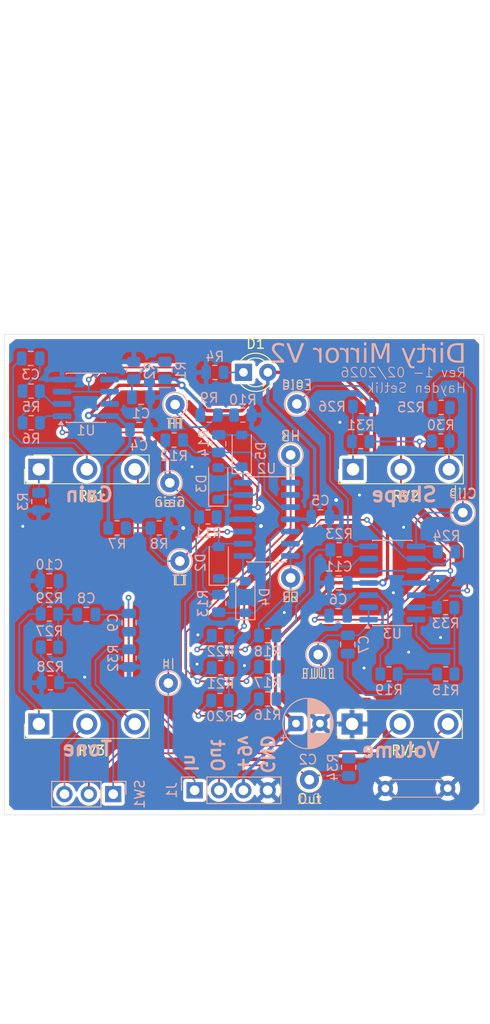
<source format=kicad_pcb>
(kicad_pcb (version 20241229) (generator "pcbnew") (generator_version "9.0")
  (layers (0 "F.Cu" signal) (2 "B.Cu" signal) (13 "F.Paste" user) (15 "B.Paste" user) (5 "F.SilkS" user "F.Silkscreen") (7 "B.SilkS" user "B.Silkscreen") (1 "F.Mask" user) (3 "B.Mask" user) (25 "Edge.Cuts" user))
  (net 0 "")
  (net 1 "Net-(U1B-+)")
  (net 2 "0")
  (net 3 "+9V")
  (net 4 "Net-(C3-Pad2)")
  (net 5 "Net-(C3-Pad1)")
  (net 6 "/Bias")
  (net 7 "Net-(C7-Pad1)")
  (net 8 "/FxFull")
  (net 9 "Net-(C8-Pad2)")
  (net 10 "/HiPass")
  (net 11 "/LowPass")
  (net 12 "Net-(D1-K)")
  (net 13 "Net-(D2-K)")
  (net 14 "Net-(D2-A)")
  (net 15 "Net-(D3-K)")
  (net 16 "Net-(D3-A)")
  (net 17 "Net-(D4-K)")
  (net 18 "Net-(D5-A)")
  (net 19 "FX_IN")
  (net 20 "FX_OUT")
  (net 21 "Net-(R3-Pad1)")
  (net 22 "Net-(U1A--)")
  (net 23 "/Gain")
  (net 24 "/LoThresh")
  (net 25 "/HiThresh")
  (net 26 "/FxRaw")
  (net 27 "/HiRect")
  (net 28 "/LoRect")
  (net 29 "Net-(U3B--)")
  (net 30 "/Fold")
  (net 31 "/Clip")
  (net 32 "Net-(R25-Pad2)")
  (net 33 "Net-(R26-Pad2)")
  (net 34 "/Byp")
  (net 35 "Net-(R34-Pad1)")
  (net 36 "/Tone")
  (net 37 "Net-(SW1-B)")
  (net 38 "Net-(U3C--)")
  (net 39 "Net-(U3A-+)")
  (net 40 "Net-(U3D--)")
  (footprint "Potentiometer_THT:Potentiometer_Alpha_RV16AF_42_Single_Long" (layer "F.Cu") (at 0.1 48.8)
    (property "Reference" "RV1")
    (property "Value" "R_Potentiometer")
  )
  (footprint "Potentiometer_THT:Potentiometer_Alpha_RV16AF_42_Single_Long" (layer "F.Cu") (at 32.85 48.8)
    (property "Reference" "RV2")
    (property "Value" "R_Potentiometer")
  )
  (footprint "LED_THT:LED_D3.0mm" (layer "F.Cu") (at 21.43 38.7)
    (property "Reference" "D1")
    (property "Value" "LED")
  )
  (footprint "TestPoint:TestPoint_THTPad_D2.0mm_Drill1.0mm_VAL" (layer "F.Cu") (at 28.3 81.1)
    (property "Reference" "TP10" (hide yes))
    (property "Value" "Out")
  )
  (footprint "Potentiometer_THT:Potentiometer_Alpha_RV16AF_42_Single_Long" (layer "F.Cu") (at 0.1 75.3)
    (property "Reference" "RV3")
    (property "Value" "R_Potentiometer")
  )
  (footprint "Potentiometer_THT:Potentiometer_Alpha_RV16AF_42_Single_Long" (layer "F.Cu") (at 32.75 75.3)
    (property "Reference" "RV4")
    (property "Value" "R_Potentiometer")
  )
  (footprint "Diode_SMD:D_SOD-123" (layer "B.Cu") (at 21.25 46.8725 90)
    (property "Reference" "D5")
    (property "Value" "1N4148W")
  )
  (footprint "Resistor_SMD:R_0805_2012Metric" (layer "B.Cu") (at 18.9875 72.85)
    (property "Reference" "R20")
    (property "Value" "56k")
  )
  (footprint "Resistor_SMD:R_0805_2012Metric" (layer "B.Cu") (at 42.6 57.3725 180)
    (property "Reference" "R24")
    (property "Value" "33k")
  )
  (footprint "Resistor_SMD:R_0805_2012Metric" (layer "B.Cu") (at 32.4 79.8 -90)
    (property "Reference" "R34")
    (property "Value" "220R")
  )
  (footprint "TestPoint:TestPoint_THTPad_D2.0mm_Drill1.0mm_VAL" (layer "B.Cu") (at 14.8 58.35 180)
    (property "Reference" "TP9" (hide yes))
    (property "Value" "LT")
  )
  (footprint "Resistor_SMD:R_0805_2012Metric" (layer "B.Cu") (at 18.85 46.1225 90)
    (property "Reference" "R14")
    (property "Value" "100k")
  )
  (footprint "Resistor_SMD:R_0805_2012Metric" (layer "B.Cu") (at -0.7 43.95)
    (property "Reference" "R6")
    (property "Value" "560k")
  )
  (footprint "Connector_PinSocket_2.54mm:PinSocket_1x03_P2.54mm_Vertical" (layer "B.Cu") (at 7.85 82.6 90)
    (property "Reference" "SW1")
    (property "Value" "SW_SPDT")
  )
  (footprint "TestPoint:TestPoint_THTPad_D2.0mm_Drill1.0mm_VAL" (layer "B.Cu") (at 29.225 68.075 180)
    (property "Reference" "TP6" (hide yes))
    (property "Value" "FULL")
  )
  (footprint "Resistor_SMD:R_0805_2012Metric" (layer "B.Cu") (at 10 38.5 90)
    (property "Reference" "R2")
    (property "Value" "100k")
  )
  (footprint "Resistor_SMD:R_0805_2012Metric" (layer "B.Cu") (at 12.65 54.9)
    (property "Reference" "R8")
    (property "Value" "39k")
  )
  (footprint "TestPoint:TestPoint_THTPad_D2.0mm_Drill1.0mm_VAL" (layer "B.Cu") (at 26.35 60.1 180)
    (property "Reference" "TP4" (hide yes))
    (property "Value" "LR")
  )
  (footprint "Capacitor_SMD:C_0805_2012Metric" (layer "B.Cu") (at 5.050001 63.9 180)
    (property "Reference" "C8")
    (property "Value" "2u2")
  )
  (footprint "Resistor_SMD:R_0805_2012Metric" (layer "B.Cu") (at 23.95 69.35)
    (property "Reference" "R17")
    (property "Value" "56k")
  )
  (footprint "Resistor_SMD:R_0805_2012Metric" (layer "B.Cu") (at 19.0375 66.1)
    (property "Reference" "R22")
    (property "Value" "56k")
  )
  (footprint "Resistor_SMD:R_0805_2012Metric" (layer "B.Cu") (at 9.5 68.45 -90)
    (property "Reference" "R32")
    (property "Value" "12k")
  )
  (footprint "Resistor_SMD:R_0805_2012Metric" (layer "B.Cu") (at 1.2 67.3 180)
    (property "Reference" "R27")
    (property "Value" "100k")
  )
  (footprint "Package_SO:SOIC-8_3.9x4.9mm_P1.27mm" (layer "B.Cu") (at 5 41.35)
    (property "Reference" "U1")
    (property "Value" "TL072")
  )
  (footprint "Resistor_SMD:R_0805_2012Metric" (layer "B.Cu") (at 1.200001 63.85 180)
    (property "Reference" "R29")
    (property "Value" "5k6")
  )
  (footprint "Capacitor_SMD:C_0805_2012Metric" (layer "B.Cu") (at 31.3 64.0225 180)
    (property "Reference" "C6")
    (property "Value" "2n2")
  )
  (footprint "Resistor_SMD:R_0805_2012Metric" (layer "B.Cu") (at 42 45.85 180)
    (property "Reference" "R30")
    (property "Value" "47k")
  )
  (footprint "Capacitor_THT:CP_Radial_D5.0mm_P2.50mm" (layer "B.Cu") (at 26.9 75.25)
    (property "Reference" "C2")
    (property "Value" "100u")
  )
  (footprint "Resistor_SMD:R_0805_2012Metric" (layer "B.Cu") (at -0.7 40.65)
    (property "Reference" "R5")
    (property "Value" "27k")
  )
  (footprint "Resistor_SMD:R_0805_2012Metric" (layer "B.Cu") (at 33.75 42.25 180)
    (property "Reference" "R26")
    (property "Value" "47k")
  )
  (footprint "Connector_PinHeader_2.54mm:PinHeader_1x04_P2.54mm_Vertical" (layer "B.Cu") (at 16.34 82.2 -90)
    (property "Reference" "J1")
    (property "Value" "PWR")
  )
  (footprint "Resistor_SMD:R_0805_2012Metric" (layer "B.Cu") (at 14.2 45.75)
    (property "Reference" "R12")
    (property "Value" "100k")
  )
  (footprint "Capacitor_SMD:C_0805_2012Metric" (layer "B.Cu") (at 10.75 41.3)
    (property "Reference" "C1")
    (property "Value" "100n")
  )
  (footprint "Resistor_SMD:R_0805_2012Metric" (layer "B.Cu") (at 8.25 54.9)
    (property "Reference" "R7")
    (property "Value" "51k")
  )
  (footprint "Resistor_SMD:R_0805_2012Metric" (layer "B.Cu") (at 42.0375 42.35)
    (property "Reference" "R25")
    (property "Value" "47k")
  )
  (footprint "TestPoint:TestPoint_THTPad_D2.0mm_Drill1.0mm_VAL" (layer "B.Cu") (at 13.6 71.05)
    (property "Reference" "TP1" (hide yes))
    (property "Value" "In")
  )
  (footprint "Resistor_SMD:R_0805_2012Metric" (layer "B.Cu") (at 33.65 45.9)
    (property "Reference" "R31")
    (property "Value" "47k")
  )
  (footprint "Capacitor_SMD:C_0805_2012Metric" (layer "B.Cu") (at 31.35 60.6225 180)
    (property "Reference" "C11")
    (property "Value" "100n")
  )
  (footprint "Diode_SMD:D_SOD-123" (layer "B.Cu") (at 18.85 58.5 90)
    (property "Reference" "D2")
    (property "Value" "1N4148W")
  )
  (footprint "Resistor_SMD:R_0805_2012Metric" (layer "B.Cu") (at 42.5 63.1725)
    (property "Reference" "R33")
    (property "Value" "470k")
  )
  (footprint "Resistor_SMD:R_0805_2012Metric" (layer "B.Cu") (at 36.6 70.1 180)
    (property "Reference" "R19")
    (property "Value" "18k")
  )
  (footprint "Resistor_SMD:R_0805_2012Metric" (layer "B.Cu") (at 13.25 38.5 90)
    (property "Reference" "R1")
    (property "Value" "100k")
  )
  (footprint "Capacitor_SMD:C_0805_2012Metric" (layer "B.Cu") (at 32.3 67.0225 90)
    (property "Reference" "C7")
    (property "Value" "2n2")
  )
  (footprint "Package_SO:SOIC-14_3.9x8.7mm_P1.27mm" (layer "B.Cu") (at 23.85 54 180)
    (property "Reference" "U2")
    (property "Value" "TL074")
  )
  (footprint "Capacitor_SMD:C_0805_2012Metric" (layer "B.Cu") (at 29.45 53.75)
    (property "Reference" "C5")
    (property "Value" "100n")
  )
  (footprint "Resistor_SMD:R_0805_2012Metric" (layer "B.Cu") (at 18.85 62.75 -90)
    (property "Reference" "R13")
    (property "Value" "100k")
  )
  (footprint "Resistor_SMD:R_0805_2012Metric" (layer "B.Cu") (at 21.3625 43.15)
    (property "Reference" "R10")
    (property "Value" "51k")
  )
  (footprint "Capacitor_SMD:C_0805_2012Metric" (layer "B.Cu") (at 9.5 64.75 -90)
    (property "Reference" "C9")
    (property "Value" "10n")
  )
  (footprint "TestPoint:TestPoint_THTPad_D2.0mm_Drill1.0mm_VAL" (layer "B.Cu") (at 14.3 42.05 180)
    (property "Reference" "TP8" (hide yes))
    (property "Value" "HT")
  )
  (footprint "Resistor_SMD:R_0805_2012Metric" (layer "B.Cu") (at 17.85 43.15)
    (property "Reference" "R9")
    (property "Value" "39k")
  )
  (footprint "Resistor_SMD:R_0805_2012Metric" (layer "B.Cu") (at 23.95 72.7)
    (property "Reference" "R16")
    (property "Value" "47k")
  )
  (footprint "Capacitor_SMD:C_0805_2012Metric" (layer "B.Cu") (at 10.55 44.65)
    (property "Reference" "C4")
    (property "Value" "100n")
  )
  (footprint "TestPoint:TestPoint_THTPad_D2.0mm_Drill1.0mm_VAL" (layer "B.Cu") (at 27 41.99)
    (property "Reference" "TP3" (hide yes))
    (property "Value" "Fold")
  )
  (footprint "Diode_SMD:D_SOD-123" (layer "B.Cu") (at 21.625 62.0825 90)
    (property "Reference" "D4")
    (property "Value" "1N4148W")
  )
  (footprint "Resistor_SMD:R_0805_2012Metric" (layer "B.Cu") (at 42.5125 70.1 180)
    (property "Reference" "R15")
    (property "Value" "18k")
  )
  (footprint "TestPoint:TestPoint_THTPad_D2.0mm_Drill1.0mm_VAL" (layer "B.Cu") (at 44.3 53.3)
    (property "Reference" "TP5" (hide yes))
    (property "Value" "Clip")
  )
  (footprint "Resistor_SMD:R_0805_2012Metric" (layer "B.Cu") (at 0.1 52.15 -90)
    (property "Reference" "R3")
    (property "Value" "4k7")
  )
  (footprint "TestPoint:TestPoint_THTPad_D2.0mm_Drill1.0mm_VAL" (layer "B.Cu") (at 26.35 47.3)
    (property "Reference" "TP2" (hide yes))
    (property "Value" "HR")
  )
  (footprint "Resistor_SMD:R_0805_2012Metric" (layer "B.Cu") (at 17.725 53.755)
    (property "Reference" "R11")
    (property "Value" "100k")
  )
  (footprint "Package_SO:SOIC-14_3.9x8.7mm_P1.27mm" (layer "B.Cu") (at 36.95 60.6225)
    (property "Reference" "U3")
    (property "Value" "TL074")
  )
  (footprint "Diode_SMD:D_SOD-123" (layer "B.Cu") (at 18.8 50.2725 90)
    (property "Reference" "D3")
    (property "Value" "1N4148W")
  )
  (footprint "Capacitor_SMD:C_0805_2012Metric" (layer "B.Cu") (at 1.200001 60.4 180)
    (property "Reference" "C10")
    (property "Value" "100n")
  )
  (footprint "Resistor_SMD:R_0805_2012Metric" (layer "B.Cu") (at 1.3 71 180)
    (property "Reference" "R28")
    (property "Value" "100k")
  )
  (footprint "Resistor_SMD:R_0805_2012Metric" (layer "B.Cu") (at 18.450001 38.7125 180)
    (property "Reference" "R4")
    (property "Value" "6k8")
  )
  (footprint "Connector_Pin:THT_GND_WIRE" (layer "B.Cu") (at 39.3 81.9875 180)
    (property "Reference" "J2" (hide yes))
    (property "Value" "ScopeGroundLoop")
  )
  (footprint "Capacitor_SMD:C_0805_2012Metric" (layer "B.Cu") (at -0.75 37.25)
    (property "Reference" "C3")
    (property "Value" "1u")
  )
  (footprint "TestPoint:TestPoint_THTPad_D2.0mm_Drill1.0mm_VAL" (layer "B.Cu") (at 13.75 50.2 180)
    (property "Reference" "TP7" (hide yes))
    (property "Value" "Gain")
  )
  (footprint "Resistor_SMD:R_0805_2012Metric" (layer "B.Cu") (at 31.4 57.1725)
    (property "Reference" "R23")
    (property "Value" "56k")
  )
  (footprint "Resistor_SMD:R_0805_2012Metric" (layer "B.Cu") (at 19.0375 69.45)
    (property "Reference" "R21")
    (property "Value" "47k")
  )
  (footprint "Resistor_SMD:R_0805_2012Metric" (layer "B.Cu") (at 23.95 66.1)
    (property "Reference" "R18")
    (property "Value" "47k")
  )
  (gr_rect (start -3.5 34.75) (end 46.5 84.75) (stroke (width 0.05)) (fill no) (layer "Edge.Cuts"))
  (gr_text "In" (at 15.2 80.4 270) (layer "B.SilkS") (effects (font (size 1.3 1.3) (thickness 0.26) (bold yes)) (justify left bottom mirror)))
  (gr_text "Rev 1- 02/2026\nHayden Setlik" (at 44.7 40.91 0) (layer "B.SilkS") (effects (font (size 1 1) (thickness 0.1)) (justify left bottom mirror)))
  (gr_text "Shape" (at 41.75 52.3 0) (layer "B.SilkS") (effects (font (size 1.5 1.5) (thickness 0.3) (bold yes)) (justify left bottom mirror)))
  (gr_text "Tone" (at 7.9 78.75 0) (layer "B.SilkS") (effects (font (size 1.5 1.5) (thickness 0.3) (bold yes)) (justify left bottom mirror)))
  (gr_text "Volume" (at 42.05 78.9 0) (layer "B.SilkS") (effects (font (size 1.5 1.5) (thickness 0.3) (bold yes)) (justify left bottom mirror)))
  (gr_text "GND" (at 23.15 80.6 270) (layer "B.SilkS") (effects (font (size 1.3 1.3) (thickness 0.26) (bold yes)) (justify left bottom mirror)))
  (gr_text "Dirty Mirror V2" (at 44.65 38.04 0) (layer "B.SilkS") (effects (font (size 2 2) (thickness 0.1)) (justify left bottom mirror)))
  (gr_text "+9v" (at 20.75 80.5 270) (layer "B.SilkS") (effects (font (size 1.3 1.3) (thickness 0.26) (bold yes)) (justify left bottom mirror)))
  (gr_text "Gain" (at 8 52.3 0) (layer "B.SilkS") (effects (font (size 1.5 1.5) (thickness 0.3) (bold yes)) (justify left bottom mirror)))
  (gr_text "Out" (at 17.95 80.4 270) (layer "B.SilkS") (effects (font (size 1.3 1.3) (thickness 0.26) (bold yes)) (justify left bottom mirror)))
  (segment (start 13.25 37.5875) (end 11.825 37.5875) (width 0.18) (layer "B.Cu") (net 1))
  (segment (start 9.9675 39.445) (end 10 39.4125) (width 0.18) (layer "B.Cu") (net 1))
  (segment (start 9.8 39.6125) (end 10 39.4125) (width 0.18) (layer "B.Cu") (net 1))
  (segment (start 9.8 41.3) (end 9.8 39.6125) (width 0.18) (layer "B.Cu") (net 1))
  (segment (start 11.825 37.5875) (end 10 39.4125) (width 0.18) (layer "B.Cu") (net 1))
  (segment (start 7.475 39.445) (end 9.9675 39.445) (width 0.18) (layer "B.Cu") (net 1))
  (via (at 41.975 66.3) (size 0.6) (drill 0.3) (layers "F.Cu" "B.Cu") (net 2))
  (via (at 41.68 60.38) (size 0.6) (drill 0.3) (layers "F.Cu" "B.Cu") (net 2))
  (via (at -1.575 54.725) (size 0.6) (drill 0.3) (layers "F.Cu" "B.Cu") (net 2))
  (via (at 34 69.475) (size 0.6) (drill 0.3) (layers "F.Cu" "B.Cu") (net 2))
  (via (at 21.53 69.22) (size 0.6) (drill 0.3) (layers "F.Cu" "B.Cu") (net 2))
  (via (at 33.525 51.475) (size 0.6) (drill 0.3) (layers "F.Cu" "B.Cu") (net 2))
  (via (at 31.1 52) (size 0.8) (drill 0.4) (layers "F.Cu" "B.Cu") (net 2))
  (via (at 31.475 43.9) (size 0.6) (drill 0.3) (layers "F.Cu" "B.Cu") (net 2))
  (via (at 15.15 54.9) (size 0.8) (drill 0.4) (layers "F.Cu" "B.Cu") (net 2))
  (via (at 38.65 67.825) (size 0.6) (drill 0.3) (layers "F.Cu" "B.Cu") (net 2))
  (via (at 25.69 63.7) (size 0.6) (drill 0.3) (layers "F.Cu" "B.Cu") (net 2))
  (via (at 16.075 48.525) (size 0.6) (drill 0.3) (layers "F.Cu" "B.Cu") (net 2))
  (via (at 38.125 54.825) (size 0.6) (drill 0.3) (layers "F.Cu" "B.Cu") (net 2))
  (via (at 4.875 70.425) (size 0.6) (drill 0.3) (layers "F.Cu" "B.Cu") (net 2))
  (via (at 37.06 61.64) (size 0.6) (drill 0.3) (layers "F.Cu" "B.Cu") (net 2))
  (via (at 16.59 69.07) (size 0.6) (drill 0.3) (layers "F.Cu" "B.Cu") (net 2))
  (via (at 16.68 66.02) (size 0.6) (drill 0.3) (layers "F.Cu" "B.Cu") (net 2))
  (via (at 23.25 54.7) (size 0.8) (drill 0.4) (layers "F.Cu" "B.Cu") (net 2))
  (segment (start 30.399999 52.700001) (end 31.1 52) (width 0.35) (layer "B.Cu") (net 2))
  (segment (start 21.375 54) (end 22.55 54) (width 0.35) (layer "B.Cu") (net 2))
  (segment (start 22.55 54) (end 23.25 54.7) (width 0.35) (layer "B.Cu") (net 2))
  (segment (start 13.5625 54.9) (end 15.15 54.9) (width 0.35) (layer "B.Cu") (net 2))
  (segment (start 30.399999 53.75) (end 30.399999 52.700001) (width 0.35) (layer "B.Cu") (net 2))
  (segment (start 35.1 42.4) (end 31.4 38.7) (width 0.35) (layer "F.Cu") (net 3))
  (segment (start 35.95 60.6) (end 36.45 60.1) (width 0.35) (layer "F.Cu") (net 3))
  (segment (start 23.97 39.98) (end 23.97 38.7) (width 0.35) (layer "F.Cu") (net 3))
  (segment (start 24.775 66.725) (end 24.775 73.125) (width 0.35) (layer "F.Cu") (net 3))
  (segment (start 36.45 53.35) (end 35.1 52) (width 0.35) (layer "F.Cu") (net 3))
  (segment (start 30.9 60.6) (end 24.775 66.725) (width 0.35) (layer "F.Cu") (net 3))
  (segment (start 36.45 60.1) (end 36.45 53.35) (width 0.35) (layer "F.Cu") (net 3))
  (segment (start 15 40.05) (end 8.45 40.05) (width 0.35) (layer "F.Cu") (net 3))
  (segment (start 17.65 42.7) (end 21.25 42.7) (width 0.35) (layer "F.Cu") (net 3))
  (segment (start 35.95 60.6) (end 30.9 60.6) (width 0.35) (layer "F.Cu") (net 3))
  (segment (start 24.775 73.125) (end 26.9 75.25) (width 0.35) (layer "F.Cu") (net 3))
  (segment (start 31.4 38.7) (end 23.97 38.7) (width 0.35) (layer "F.Cu") (net 3))
  (segment (start 8.45 40.05) (end 5.3 43.2) (width 0.35) (layer "F.Cu") (net 3))
  (segment (start 15 40.05) (end 17.65 42.7) (width 0.35) (layer "F.Cu") (net 3))
  (segment (start 21.25 42.7) (end 23.97 39.98) (width 0.35) (layer "F.Cu") (net 3))
  (segment (start 35.1 52) (end 35.1 42.4) (width 0.35) (layer "F.Cu") (net 3))
  (via (at 5.3 43.2) (size 0.8) (drill 0.4) (layers "F.Cu" "B.Cu") (net 3))
  (via (at 15 40.05) (size 0.8) (drill 0.4) (layers "F.Cu" "B.Cu") (net 3))
  (via (at 35.95 60.6) (size 0.8) (drill 0.4) (layers "F.Cu" "B.Cu") (net 3))
  (segment (start 26.825 75.25) (end 26.9 75.25) (width 0.35) (layer "B.Cu") (net 3))
  (segment (start 34.475 60.6225) (end 32.299999 60.6225) (width 0.35) (layer "B.Cu") (net 3))
  (segment (start 28.500001 52.299999) (end 28.85 51.95) (width 0.35) (layer "B.Cu") (net 3))
  (segment (start 28.85 46.66) (end 23.97 41.78) (width 0.35) (layer "B.Cu") (net 3))
  (segment (start 23.97 41.78) (end 23.97 38.7) (width 0.35) (layer "B.Cu") (net 3))
  (segment (start 16.9375 41.9875) (end 15 40.05) (width 0.35) (layer "B.Cu") (net 3))
  (segment (start 34.4975 60.6) (end 34.475 60.6225) (width 0.35) (layer "B.Cu") (net 3))
  (segment (start 7.475 43.255) (end 8.205 43.255) (width 0.35) (layer "B.Cu") (net 3))
  (segment (start 28.85 51.95) (end 28.85 46.66) (width 0.35) (layer "B.Cu") (net 3))
  (segment (start 7.42 43.2) (end 7.475 43.255) (width 0.35) (layer "B.Cu") (net 3))
  (segment (start 28.250001 54) (end 28.500001 53.75) (width 0.35) (layer "B.Cu") (net 3))
  (segment (start 7.3375 54.9) (end 7.3375 48.5125) (width 0.35) (layer "B.Cu") (net 3))
  (segment (start 35.95 60.6) (end 34.4975 60.6) (width 0.35) (layer "B.Cu") (net 3))
  (segment (start 8.205 43.255) (end 9.6 44.65) (width 0.35) (layer "B.Cu") (net 3))
  (segment (start 14.3625 39.4125) (end 15 40.05) (width 0.35) (layer "B.Cu") (net 3))
  (segment (start 21.419999 80.655001) (end 26.825 75.25) (width 0.35) (layer "B.Cu") (net 3))
  (segment (start 5.3 43.2) (end 7.42 43.2) (width 0.35) (layer "B.Cu") (net 3))
  (segment (start 13.25 39.4125) (end 14.3625 39.4125) (width 0.35) (layer "B.Cu") (net 3))
  (segment (start 16.9375 43.15) (end 16.9375 41.9875) (width 0.35) (layer "B.Cu") (net 3))
  (segment (start 9.6 46.25) (end 9.6 44.65) (width 0.35) (layer "B.Cu") (net 3))
  (segment (start 7.3375 48.5125) (end 9.6 46.25) (width 0.35) (layer "B.Cu") (net 3))
  (segment (start 26.325 54) (end 28.250001 54) (width 0.35) (layer "B.Cu") (net 3))
  (segment (start 21.419999 82.2) (end 21.419999 80.655001) (width 0.35) (layer "B.Cu") (net 3))
  (segment (start 28.500001 53.75) (end 28.500001 52.299999) (width 0.35) (layer "B.Cu") (net 3))
  (segment (start -1.6125 40.65) (end -1.6125 40.4625) (width 0.18) (layer "B.Cu") (net 4))
  (segment (start 0.199999 38.650001) (end 0.199999 37.25) (width 0.18) (layer "B.Cu") (net 4))
  (segment (start -1.6125 40.4625) (end 0.199999 38.650001) (width 0.18) (layer "B.Cu") (net 4))
  (segment (start -1.7 46.05) (end -2.6 45.15) (width 0.18) (layer "B.Cu") (net 5))
  (segment (start 5.1 47.4) (end 3.75 46.05) (width 0.18) (layer "B.Cu") (net 5))
  (segment (start -2.6 45.15) (end -2.6 38.150001) (width 0.18) (layer "B.Cu") (net 5))
  (segment (start 3.75 46.05) (end -1.7 46.05) (width 0.18) (layer "B.Cu") (net 5))
  (segment (start -2.6 38.150001) (end -1.699999 37.25) (width 0.18) (layer "B.Cu") (net 5))
  (segment (start 5.1 48.8) (end 5.1 47.4) (width 0.18) (layer "B.Cu") (net 5))
  (segment (start 31.3 36.45) (end 37.85 43) (width 0.18) (layer "F.Cu") (net 6))
  (segment (start 17.4 36.45) (end 31.3 36.45) (width 0.18) (layer "F.Cu") (net 6))
  (segment (start 15.65 38.2) (end 17.4 36.45) (width 0.18) (layer "F.Cu") (net 6))
  (segment (start 5.3 39.45) (end 6.55 38.2) (width 0.18) (layer "F.Cu") (net 6))
  (segment (start 6.55 38.2) (end 15.65 38.2) (width 0.18) (layer "F.Cu") (net 6))
  (segment (start 37.85 43) (end 37.85 48.8) (width 0.18) (layer "F.Cu") (net 6))
  (segment (start 43 59.35) (end 41.45 59.35) (width 0.18) (layer "F.Cu") (net 6))
  (segment (start 36.35 64.45) (end 28.85 64.45) (width 0.18) (layer "F.Cu") (net 6))
  (segment (start 37.85 52.35) (end 37.85 48.8) (width 0.18) (layer "F.Cu") (net 6))
  (segment (start 43 57.5) (end 37.85 52.35) (width 0.18) (layer "F.Cu") (net 6))
  (segment (start 43 59.35) (end 43 57.5) (width 0.18) (layer "F.Cu") (net 6))
  (segment (start 41.45 59.35) (end 36.35 64.45) (width 0.18) (layer "F.Cu") (net 6))
  (via (at 43 59.35) (size 0.6) (drill 0.3) (layers "F.Cu" "B.Cu") (net 6))
  (via (at 28.85 64.45) (size 0.6) (drill 0.3) (layers "F.Cu" "B.Cu") (net 6))
  (via (at 5.3 39.45) (size 0.6) (drill 0.3) (layers "F.Cu" "B.Cu") (net 6))
  (segment (start 34.475 59.3525) (end 37.3 59.3525) (width 0.18) (layer "B.Cu") (net 6))
  (segment (start 39.425 61.8925) (end 41.3375 61.8925) (width 0.18) (layer "B.Cu") (net 6))
  (segment (start 43 60.23) (end 43 59.35) (width 0.18) (layer "B.Cu") (net 6))
  (segment (start 30.350001 64.0225) (end 29.2775 64.0225) (width 0.18) (layer "B.Cu") (net 6))
  (segment (start 29.2775 64.0225) (end 28.85 64.45) (width 0.18) (layer "B.Cu") (net 6))
  (segment (start 41.3375 61.8925) (end 43 60.23) (width 0.18) (layer "B.Cu") (net 6))
  (segment (start 5.3 40.715) (end 7.475 40.715) (width 0.18) (layer "B.Cu") (net 6))
  (segment (start 5.3 40.715) (end 5.3 39.45) (width 0.18) (layer "B.Cu") (net 6))
  (segment (start 7.475 41.985) (end 7.475 40.715) (width 0.18) (layer "B.Cu") (net 6))
  (segment (start 37.6 59.3525) (end 39.425 59.3525) (width 0.18) (layer "B.Cu") (net 6))
  (segment (start 2.525 40.715) (end 5.3 40.715) (width 0.18) (layer "B.Cu") (net 6))
  (segment (start 37.3 59.3525) (end 37.6 59.3525) (width 0.18) (layer "B.Cu") (net 6))
  (segment (start 41.4475 59.3525) (end 39.425 59.3525) (width 0.18) (layer "B.Cu") (net 6))
  (segment (start 41.45 59.35) (end 41.4475 59.3525) (width 0.18) (layer "B.Cu") (net 6))
  (segment (start 43 59.35) (end 41.45 59.35) (width 0.18) (layer "B.Cu") (net 6))
  (segment (start 36.7 72.3) (end 37.5125 71.4875) (width 0.18) (layer "B.Cu") (net 7))
  (segment (start 32.3 70.45) (end 34.15 72.3) (width 0.18) (layer "B.Cu") (net 7))
  (segment (start 32.3 67.972499) (end 32.3 70.45) (width 0.18) (layer "B.Cu") (net 7))
  (segment (start 37.5125 70.1) (end 41.6 70.1) (width 0.18) (layer "B.Cu") (net 7))
  (segment (start 37.5125 71.4875) (end 37.5125 70.1) (width 0.18) (layer "B.Cu") (net 7))
  (segment (start 34.15 72.3) (end 36.7 72.3) (width 0.18) (layer "B.Cu") (net 7))
  (segment (start 34.55 77.55) (end 15.9 77.55) (width 0.18) (layer "F.Cu") (net 8))
  (segment (start 9.45 71.1) (end 9.45 62.15) (width 0.18) (layer "F.Cu") (net 8))
  (segment (start 34.55 72.65) (end 35.5 73.6) (width 0.18) (layer "F.Cu") (net 8))
  (segment (start 35.5 76.6) (end 34.55 77.55) (width 0.18) (layer "F.Cu") (net 8))
  (segment (start 15.9 77.55) (end 9.45 71.1) (width 0.18) (layer "F.Cu") (net 8))
  (segment (start 35.5 73.6) (end 35.5 76.6) (width 0.18) (layer "F.Cu") (net 8))
  (segment (start 29.5 69.15) (end 33 72.65) (width 0.18) (layer "F.Cu") (net 8))
  (segment (start 29.5 68.35) (end 29.5 69.15) (width 0.18) (layer "F.Cu") (net 8))
  (segment (start 29.225 68.075) (end 29.5 68.35) (width 0.18) (layer "F.Cu") (net 8))
  (segment (start 33 72.65) (end 34.55 72.65) (width 0.18) (layer "F.Cu") (net 8))
  (via (at 9.45 62.15) (size 0.6) (drill 0.3) (layers "F.Cu" "B.Cu") (net 8))
  (segment (start 33.377499 66.072501) (end 34.475 64.975) (width 0.18) (layer "B.Cu") (net 8))
  (segment (start 9.400001 63.9) (end 9.5 63.800001) (width 0.18) (layer "B.Cu") (net 8))
  (segment (start 32.3 66.072501) (end 33.377499 66.072501) (width 0.18) (layer "B.Cu") (net 8))
  (segment (start 30.077499 66.072501) (end 32.3 66.072501) (width 0.18) (layer "B.Cu") (net 8))
  (segment (start 9.45 62.15) (end 9.45 63.750001) (width 0.18) (layer "B.Cu") (net 8))
  (segment (start 29.225 66.925) (end 30.077499 66.072501) (width 0.18) (layer "B.Cu") (net 8))
  (segment (start 6 63.9) (end 9.400001 63.9) (width 0.18) (layer "B.Cu") (net 8))
  (segment (start 29.225 68.075) (end 29.225 66.925) (width 0.18) (layer "B.Cu") (net 8))
  (segment (start 9.45 63.750001) (end 9.5 63.800001) (width 0.18) (layer "B.Cu") (net 8))
  (segment (start 34.475 63.1625) (end 34.475 64.4325) (width 0.18) (layer "B.Cu") (net 8))
  (segment (start 34.475 64.975) (end 34.475 64.4325) (width 0.18) (layer "B.Cu") (net 8))
  (segment (start 4.100002 63.9) (end 2.162501 63.9) (width 0.18) (layer "B.Cu") (net 9))
  (segment (start 2.162501 63.9) (end 2.112501 63.85) (width 0.18) (layer "B.Cu") (net 9))
  (segment (start 2.112501 63.85) (end 2.1125 67.3) (width 0.18) (layer "B.Cu") (net 9))
  (segment (start 7.1625 67.5375) (end 9.5 67.5375) (width 0.18) (layer "B.Cu") (net 10))
  (segment (start 6 68.7) (end 7.1625 67.5375) (width 0.18) (layer "B.Cu") (net 10))
  (segment (start 6 71.2) (end 6 68.7) (width 0.18) (layer "B.Cu") (net 10))
  (segment (start 9.5 65.699999) (end 9.5 67.5375) (width 0.18) (layer "B.Cu") (net 10))
  (segment (start 10.1 75.3) (end 6 71.2) (width 0.18) (layer "B.Cu") (net 10))
  (segment (start -0.85 63.85) (end 0.287501 63.85) (width 0.18) (layer "B.Cu") (net 11))
  (segment (start -1.95 71.85) (end -1.95 64.95) (width 0.18) (layer "B.Cu") (net 11))
  (segment (start 0.1 73.9) (end -1.95 71.85) (width 0.18) (layer "B.Cu") (net 11))
  (segment (start -1.95 64.95) (end -0.85 63.85) (width 0.18) (layer "B.Cu") (net 11))
  (segment (start 0.1 75.3) (end 0.1 73.9) (width 0.18) (layer "B.Cu") (net 11))
  (segment (start 2.15 60.4) (end 2.15 61.25) (width 0.18) (layer "B.Cu") (net 11))
  (segment (start 0.287501 63.112499) (end 0.287501 63.85) (width 0.18) (layer "B.Cu") (net 11))
  (segment (start 2.15 61.25) (end 0.287501 63.112499) (width 0.18) (layer "B.Cu") (net 11))
  (segment (start 19.362501 38.7125) (end 21.4175 38.7125) (width 0.18) (layer "B.Cu") (net 12))
  (segment (start 21.4175 38.7125) (end 21.43 38.7) (width 0.18) (layer "B.Cu") (net 12))
  (segment (start 21.375 60.1825) (end 21.625 60.4325) (width 0.18) (layer "B.Cu") (net 13))
  (segment (start 18.85 60.15) (end 21.3425 60.15) (width 0.18) (layer "B.Cu") (net 13))
  (segment (start 21.375 57.81) (end 21.375 60.1825) (width 0.18) (layer "B.Cu") (net 13))
  (segment (start 21.3425 60.15) (end 21.625 60.4325) (width 0.18) (layer "B.Cu") (net 13))
  (segment (start 17.2 57.4) (end 17.75 56.85) (width 0.18) (layer "B.Cu") (net 14))
  (segment (start 17.2 61.05) (end 17.2 57.4) (width 0.18) (layer "B.Cu") (net 14))
  (segment (start 17.9875 61.8375) (end 17.2 61.05) (width 0.18) (layer "B.Cu") (net 14))
  (segment (start 18.85 56.85) (end 18.85 53.9675) (width 0.18) (layer "B.Cu") (net 14))
  (segment (start 17.75 56.85) (end 18.85 56.85) (width 0.18) (layer "B.Cu") (net 14))
  (segment (start 21.375 56.54) (end 19.16 56.54) (width 0.18) (layer "B.Cu") (net 14))
  (segment (start 18.85 61.8375) (end 17.9875 61.8375) (width 0.18) (layer "B.Cu") (net 14))
  (segment (start 18.85 53.9675) (end 18.6375 53.755) (width 0.18) (layer "B.Cu") (net 14))
  (segment (start 19.16 56.54) (end 18.85 56.85) (width 0.18) (layer "B.Cu") (net 14))
  (segment (start 16.3975 47.035) (end 15.1125 45.75) (width 0.18) (layer "B.Cu") (net 15))
  (segment (start 21.375 51.46) (end 19.2625 51.46) (width 0.18) (layer "B.Cu") (net 15))
  (segment (start 23 47.9) (end 22.135 47.035) (width 0.18) (layer "B.Cu") (net 15))
  (segment (start 18.85 47.035) (end 16.3975 47.035) (width 0.18) (layer "B.Cu") (net 15))
  (segment (start 22.59 51.46) (end 23 51.05) (width 0.18) (layer "B.Cu") (net 15))
  (segment (start 19.2625 51.46) (end 18.8 51.9225) (width 0.18) (layer "B.Cu") (net 15))
  (segment (start 23 51.05) (end 23 47.9) (width 0.18) (layer "B.Cu") (net 15))
  (segment (start 22.135 47.035) (end 18.85 47.035) (width 0.18) (layer "B.Cu") (net 15))
  (segment (start 21.375 51.46) (end 22.59 51.46) (width 0.18) (layer "B.Cu") (net 15))
  (segment (start 21.15 48.6225) (end 21.25 48.5225) (width 0.18) (layer "B.Cu") (net 16))
  (segment (start 18.8 48.6225) (end 21.15 48.6225) (width 0.18) (layer "B.Cu") (net 16))
  (segment (start 21.375 50.19) (end 21.375 48.6475) (width 0.18) (layer "B.Cu") (net 16))
  (segment (start 21.375 48.6475) (end 21.25 48.5225) (width 0.18) (layer "B.Cu") (net 16))
  (segment (start 24.2 62.1) (end 24.2 56.15) (width 0.18) (layer "B.Cu") (net 17))
  (segment (start 25.08 55.27) (end 26.325 55.27) (width 0.18) (layer "B.Cu") (net 17))
  (segment (start 21.625 63.7325) (end 22.5675 63.7325) (width 0.18) (layer "B.Cu") (net 17))
  (segment (start 21.625 63.7325) (end 18.92 63.7325) (width 0.18) (layer "B.Cu") (net 17))
  (segment (start 24.2 56.15) (end 25.08 55.27) (width 0.18) (layer "B.Cu") (net 17))
  (segment (start 22.5675 63.7325) (end 24.2 62.1) (width 0.18) (layer "B.Cu") (net 17))
  (segment (start 18.92 63.7325) (end 18.85 63.6625) (width 0.18) (layer "B.Cu") (net 17))
  (segment (start 23.6 46.65) (end 23.6 51) (width 0.18) (layer "B.Cu") (net 18))
  (segment (start 25.33 52.73) (end 26.325 52.73) (width 0.18) (layer "B.Cu") (net 18))
  (segment (start 21.2375 45.21) (end 21.25 45.2225) (width 0.18) (layer "B.Cu") (net 18))
  (segment (start 22.1725 45.2225) (end 23.6 46.65) (width 0.18) (layer "B.Cu") (net 18))
  (segment (start 23.6 51) (end 25.33 52.73) (width 0.18) (layer "B.Cu") (net 18))
  (segment (start 18.85 45.21) (end 21.2375 45.21) (width 0.18) (layer "B.Cu") (net 18))
  (segment (start 21.25 45.2225) (end 22.1725 45.2225) (width 0.18) (layer "B.Cu") (net 18))
  (segment (start 10.1 48.8) (end 10.42 49.12) (width 0.18) (layer "F.Cu") (net 19))
  (segment (start 13.6 62.4) (end 13.6 71.05) (width 0.18) (layer "F.Cu") (net 19))
  (segment (start 10.42 59.22) (end 13.6 62.4) (width 0.18) (layer "F.Cu") (net 19))
  (segment (start 10.42 49.12) (end 10.42 59.22) (width 0.18) (layer "F.Cu") (net 19))
  (segment (start 16.34 82.2) (end 16.34 81.19) (width 0.18) (layer "B.Cu") (net 19))
  (segment (start 16.34 81.19) (end 13.6 78.45) (width 0.18) (layer "B.Cu") (net 19))
  (segment (start 13.6 78.45) (end 13.6 71.05) (width 0.18) (layer "B.Cu") (net 19))
  (segment (start 18.88 82.2) (end 18.88 80.72) (width 0.18) (layer "F.Cu") (net 20))
  (segment (start 20 79.6) (end 26.8 79.6) (width 0.18) (layer "F.Cu") (net 20))
  (segment (start 18.88 80.72) (end 20 79.6) (width 0.18) (layer "F.Cu") (net 20))
  (segment (start 26.8 79.6) (end 28.3 81.1) (width 0.18) (layer "F.Cu") (net 20))
  (segment (start 32.3375 80.65) (end 32.4 80.7125) (width 0.18) (layer "B.Cu") (net 20))
  (segment (start 28.75 80.65) (end 32.3375 80.65) (width 0.18) (layer "B.Cu") (net 20))
  (segment (start 28.3 81.1) (end 28.75 80.65) (width 0.18) (layer "B.Cu") (net 20))
  (segment (start 0.1 51.2375) (end 0.1 48.8) (width 0.18) (layer "B.Cu") (net 21))
  (segment (start -1.6125 43.95) (end -1.6125 43.1625) (width 0.18) (layer "B.Cu") (net 22))
  (segment (start -1.6125 43.1625) (end 0.2125 41.3375) (width 0.18) (layer "B.Cu") (net 22))
  (segment (start 2.525 41.985) (end 1.5475 41.985) (width 0.18) (layer "B.Cu") (net 22))
  (segment (start 0.2125 41.3375) (end 0.2125 40.65) (width 0.18) (layer "B.Cu") (net 22))
  (segment (start 1.5475 41.985) (end 0.2125 40.65) (width 0.18) (layer "B.Cu") (net 22))
  (segment (start 16.65 70.85) (end 21.75 70.85) (width 0.18) (layer "F.Cu") (net 23))
  (segment (start 13.75 47.8) (end 13.75 50.2) (width 0.18) (layer "F.Cu") (net 23))
  (segment (start 2.55 44.95) (end 10.9 44.95) (width 0.18) (layer "F.Cu") (net 23))
  (segment (start 10.9 44.95) (end 13.75 47.8) (width 0.18) (layer "F.Cu") (net 23))
  (via (at 16.65 70.85) (size 0.6) (drill 0.3) (layers "F.Cu" "B.Cu") (net 23))
  (via (at 2.55 44.95) (size 0.6) (drill 0.3) (layers "F.Cu" "B.Cu") (net 23))
  (via (at 21.75 70.85) (size 0.6) (drill 0.3) (layers "F.Cu" "B.Cu") (net 23))
  (segment (start 15.35 69.55) (end 15.35 62.6) (width 0.18) (layer "B.Cu") (net 23))
  (segment (start 16.725 70.85) (end 16.65 70.85) (width 0.18) (layer "B.Cu") (net 23))
  (segment (start 13.2875 49.7375) (end 13.75 50.2) (width 0.18) (layer "B.Cu") (net 23))
  (segment (start 2.525 44.925) (end 2.55 44.95) (width 0.18) (layer "B.Cu") (net 23))
  (segment (start 2.525 43.255) (end 0.9075 43.255) (width 0.18) (layer "B.Cu") (net 23))
  (segment (start 15.35 62.6) (end 16.5 61.45) (width 0.18) (layer "B.Cu") (net 23))
  (segment (start 18.125 69.45) (end 16.725 70.85) (width 0.18) (layer "B.Cu") (net 23))
  (segment (start 16.5 55.75) (end 16.8125 55.4375) (width 0.18) (layer "B.Cu") (net 23))
  (segment (start 16.5 61.45) (end 16.5 55.75) (width 0.18) (layer "B.Cu") (net 23))
  (segment (start 21.75 70.85) (end 21.75 70.6375) (width 0.18) (layer "B.Cu") (net 23))
  (segment (start 13.2875 45.75) (end 13.2875 49.7375) (width 0.18) (layer "B.Cu") (net 23))
  (segment (start 21.75 70.6375) (end 23.0375 69.35) (width 0.18) (layer "B.Cu") (net 23))
  (segment (start 0.9075 43.255) (end 0.2125 43.95) (width 0.18) (layer "B.Cu") (net 23))
  (segment (start 16.8125 53.755) (end 16.8125 53.2625) (width 0.18) (layer "B.Cu") (net 23))
  (segment (start 16.65 70.85) (end 15.35 69.55) (width 0.18) (layer "B.Cu") (net 23))
  (segment (start 2.525 43.255) (end 2.525 44.925) (width 0.18) (layer "B.Cu") (net 23))
  (segment (start 16.8125 55.4375) (end 16.8125 53.755) (width 0.18) (layer "B.Cu") (net 23))
  (segment (start 16.8125 53.2625) (end 13.75 50.2) (width 0.18) (layer "B.Cu") (net 23))
  (segment (start 17.85 55.3) (end 14.8 58.35) (width 0.18) (layer "F.Cu") (net 24))
  (segment (start 19.75 55.3) (end 17.85 55.3) (width 0.18) (layer "F.Cu") (net 24))
  (via (at 19.75 55.3) (size 0.6) (drill 0.3) (layers "F.Cu" "B.Cu") (net 24))
  (segment (start 21.375 55.27) (end 19.78 55.27) (width 0.18) (layer "B.Cu") (net 24))
  (segment (start 19.78 55.27) (end 19.75 55.3) (width 0.18) (layer "B.Cu") (net 24))
  (segment (start 14.8 58.35) (end 13.1 58.35) (width 0.18) (layer "B.Cu") (net 24))
  (segment (start 11.7375 56.9875) (end 11.7375 54.9) (width 0.18) (layer "B.Cu") (net 24))
  (segment (start 9.1625 54.9) (end 11.7375 54.9) (width 0.18) (layer "B.Cu") (net 24))
  (segment (start 13.1 58.35) (end 11.7375 56.9875) (width 0.18) (layer "B.Cu") (net 24))
  (segment (start 22.85 50.6) (end 14.3 42.05) (width 0.18) (layer "F.Cu") (net 25))
  (segment (start 22.85 52.65) (end 22.85 50.6) (width 0.18) (layer "F.Cu") (net 25))
  (segment (start 22.95 52.75) (end 22.85 52.65) (width 0.18) (layer "F.Cu") (net 25))
  (via (at 22.95 52.75) (size 0.6) (drill 0.3) (layers "F.Cu" "B.Cu") (net 25))
  (segment (start 22.93 52.73) (end 22.95 52.75) (width 0.18) (layer "B.Cu") (net 25))
  (segment (start 15.85 44.4) (end 17.5125 44.4) (width 0.18) (layer "B.Cu") (net 25))
  (segment (start 14.3 42.85) (end 15.85 44.4) (width 0.18) (layer "B.Cu") (net 25))
  (segment (start 14.3 42.05) (end 14.3 42.85) (width 0.18) (layer "B.Cu") (net 25))
  (segment (start 21.375 52.73) (end 22.93 52.73) (width 0.18) (layer "B.Cu") (net 25))
  (segment (start 17.5125 44.4) (end 18.7625 43.15) (width 0.18) (layer "B.Cu") (net 25))
  (segment (start 18.7625 43.15) (end 20.45 43.15) (width 0.18) (layer "B.Cu") (net 25))
  (segment (start 43.425 63.185) (end 43.4125 63.1725) (width 0.18) (layer "B.Cu") (net 26))
  (segment (start 43.425 70.1) (end 43.425 67.45) (width 0.18) (layer "B.Cu") (net 26))
  (segment (start 43.425 67.45) (end 43.425 63.185) (width 0.18) (layer "B.Cu") (net 26))
  (segment (start 39.425 64.4325) (end 39.425 66.075) (width 0.18) (layer "B.Cu") (net 26))
  (segment (start 40.8 67.45) (end 43.425 67.45) (width 0.18) (layer "B.Cu") (net 26))
  (segment (start 39.425 66.075) (end 40.8 67.45) (width 0.18) (layer "B.Cu") (net 26))
  (segment (start 26.35 54.85) (end 26.35 47.3) (width 0.18) (layer "F.Cu") (net 27))
  (segment (start 16.75 74.45) (end 21.05 74.45) (width 0.18) (layer "F.Cu") (net 27))
  (segment (start 16.75 74.45) (end 15.45 73.15) (width 0.18) (layer "F.Cu") (net 27))
  (segment (start 15.45 73.15) (end 15.45 65.75) (width 0.18) (layer "F.Cu") (net 27))
  (segment (start 15.45 65.75) (end 26.35 54.85) (width 0.18) (layer "F.Cu") (net 27))
  (via (at 16.75 74.45) (size 0.6) (drill 0.3) (layers "F.Cu" "B.Cu") (net 27))
  (via (at 21.05 74.45) (size 0.6) (drill 0.3) (layers "F.Cu" "B.Cu") (net 27))
  (segment (start 21.05 74.45) (end 21.2875 74.45) (width 0.18) (layer "B.Cu") (net 27))
  (segment (start 21.2875 74.45) (end 23.0375 72.7) (width 0.18) (layer "B.Cu") (net 27))
  (segment (start 26.325 47.325) (end 26.35 47.3) (width 0.18) (layer "B.Cu") (net 27))
  (segment (start 26.325 50.19) (end 26.325 47.325) (width 0.18) (layer "B.Cu") (net 27))
  (segment (start 26.325 51.46) (end 26.325 50.19) (width 0.18) (layer "B.Cu") (net 27))
  (segment (start 16.75 74.175) (end 16.75 74.45) (width 0.18) (layer "B.Cu") (net 27))
  (segment (start 18.075 72.85) (end 16.75 74.175) (width 0.18) (layer "B.Cu") (net 27))
  (segment (start 16.6 67.55) (end 21.6 67.55) (width 0.18) (layer "F.Cu") (net 28))
  (via (at 21.6 67.55) (size 0.6) (drill 0.3) (layers "F.Cu" "B.Cu") (net 28))
  (via (at 16.6 67.55) (size 0.6) (drill 0.3) (layers "F.Cu" "B.Cu") (net 28))
  (segment (start 26.325 57.81) (end 26.325 56.54) (width 0.18) (layer "B.Cu") (net 28))
  (segment (start 21.6 67.55) (end 21.6 67.5375) (width 0.18) (layer "B.Cu") (net 28))
  (segment (start 18.05 66.1) (end 16.6 67.55) (width 0.18) (layer "B.Cu") (net 28))
  (segment (start 23.0375 64.8125) (end 23.0375 66.1) (width 0.18) (layer "B.Cu") (net 28))
  (segment (start 21.6 67.5375) (end 23.0375 66.1) (width 0.18) (layer "B.Cu") (net 28))
  (segment (start 26.35 60.1) (end 26.35 61.5) (width 0.18) (layer "B.Cu") (net 28))
  (segment (start 18.125 66.1) (end 18.05 66.1) (width 0.18) (layer "B.Cu") (net 28))
  (segment (start 26.35 61.5) (end 23.0375 64.8125) (width 0.18) (layer "B.Cu") (net 28))
  (segment (start 26.35 60.1) (end 26.35 57.835) (width 0.18) (layer "B.Cu") (net 28))
  (segment (start 26.35 57.835) (end 26.325 57.81) (width 0.18) (layer "B.Cu") (net 28))
  (segment (start 26.92 63.03) (end 28.35 61.6) (width 0.18) (layer "B.Cu") (net 29))
  (segment (start 29.1275 57.1725) (end 30.4875 57.1725) (width 0.18) (layer "B.Cu") (net 29))
  (segment (start 30.4875 58.4375) (end 30.4875 57.1725) (width 0.18) (layer "B.Cu") (net 29))
  (segment (start 32.65 58.9) (end 30.95 58.9) (width 0.18) (layer "B.Cu") (net 29))
  (segment (start 24.8625 72.7) (end 24.8625 69.35) (width 0.18) (layer "B.Cu") (net 29))
  (segment (start 24.8625 66.1) (end 24.8625 69.35) (width 0.18) (layer "B.Cu") (net 29))
  (segment (start 34.475 58.0825) (end 33.4675 58.0825) (width 0.18) (layer "B.Cu") (net 29))
  (segment (start 28.35 57.95) (end 29.1275 57.1725) (width 0.18) (layer "B.Cu") (net 29))
  (segment (start 28.35 61.6) (end 28.35 57.95) (width 0.18) (layer "B.Cu") (net 29))
  (segment (start 33.4675 58.0825) (end 32.65 58.9) (width 0.18) (layer "B.Cu") (net 29))
  (segment (start 25.42 66.1) (end 26.92 64.6) (width 0.18) (layer "B.Cu") (net 29))
  (segment (start 30.95 58.9) (end 30.4875 58.4375) (width 0.18) (layer "B.Cu") (net 29))
  (segment (start 24.8625 66.1) (end 25.42 66.1) (width 0.18) (layer "B.Cu") (net 29))
  (segment (start 26.92 64.6) (end 26.92 63.03) (width 0.18) (layer "B.Cu") (net 29))
  (segment (start 27 41.99) (end 28.87 40.12) (width 0.18) (layer "B.Cu") (net 30))
  (segment (start 34.6625 41.2225) (end 34.6625 42.25) (width 0.18) (layer "B.Cu") (net 30))
  (segment (start 32.6725 56.8125) (end 32.3125 57.1725) (width 0.18) (layer "B.Cu") (net 30))
  (segment (start 30.45 45.21) (end 30.45 50) (width 0.18) (layer "B.Cu") (net 30))
  (segment (start 34.475 56.8125) (end 32.6725 56.8125) (width 0.18) (layer "B.Cu") (net 30))
  (segment (start 27 41.99) (end 27.23 41.99) (width 0.18) (layer "B.Cu") (net 30))
  (segment (start 32.3125 51.8625) (end 32.3125 57.1725) (width 0.18) (layer "B.Cu") (net 30))
  (segment (start 30.45 50) (end 32.3125 51.8625) (width 0.18) (layer "B.Cu") (net 30))
  (segment (start 33.56 40.12) (end 34.6625 41.2225) (width 0.18) (layer "B.Cu") (net 30))
  (segment (start 27.23 41.99) (end 30.45 45.21) (width 0.18) (layer "B.Cu") (net 30))
  (segment (start 28.87 40.12) (end 33.56 40.12) (width 0.18) (layer "B.Cu") (net 30))
  (segment (start 45.2 50.9) (end 45.2 40.4) (width 0.18) (layer "B.Cu") (net 31))
  (segment (start 39.425 56.8125) (end 41.1275 56.8125) (width 0.18) (layer "B.Cu") (net 31))
  (segment (start 41.1275 56.8125) (end 41.6875 57.3725) (width 0.18) (layer "B.Cu") (net 31))
  (segment (start 42 39.1) (end 41.125 39.975) (width 0.18) (layer "B.Cu") (net 31))
  (segment (start 44.3 51.8) (end 45.2 50.9) (width 0.18) (layer "B.Cu") (net 31))
  (segment (start 45.2 40.4) (end 43.9 39.1) (width 0.18) (layer "B.Cu") (net 31))
  (segment (start 44.3 53.3) (end 44.3 51.8) (width 0.18) (layer "B.Cu") (net 31))
  (segment (start 39.425 54.225) (end 39.425 56.8125) (width 0.18) (layer "B.Cu") (net 31))
  (segment (start 40.35 53.3) (end 39.425 54.225) (width 0.18) (layer "B.Cu") (net 31))
  (segment (start 43.9 39.1) (end 42 39.1) (width 0.18) (layer "B.Cu") (net 31))
  (segment (start 44.3 53.3) (end 40.35 53.3) (width 0.18) (layer "B.Cu") (net 31))
  (segment (start 41.125 39.975) (end 41.125 42.35) (width 0.18) (layer "B.Cu") (net 31))
  (segment (start 42.85 45.9125) (end 42.9125 45.85) (width 0.18) (layer "B.Cu") (net 32))
  (segment (start 42.9125 42.3875) (end 42.95 42.35) (width 0.18) (layer "B.Cu") (net 32))
  (segment (start 42.85 48.8) (end 42.85 45.9125) (width 0.18) (layer "B.Cu") (net 32))
  (segment (start 42.9125 45.85) (end 42.9125 42.3875) (width 0.18) (layer "B.Cu") (net 32))
  (segment (start 32.85 48.8) (end 32.85 46.0125) (width 0.18) (layer "B.Cu") (net 33))
  (segment (start 32.85 46.0125) (end 32.7375 45.9) (width 0.18) (layer "B.Cu") (net 33))
  (segment (start 32.8375 45.8) (end 32.7375 45.9) (width 0.18) (layer "B.Cu") (net 33))
  (segment (start 32.8375 42.25) (end 32.8375 45.8) (width 0.18) (layer "B.Cu") (net 33))
  (segment (start 0.2875 67.3) (end 0.2875 68.1875) (width 0.18) (layer "B.Cu") (net 34))
  (segment (start 0.2875 68.1875) (end 2.2125 70.1125) (width 0.18) (layer "B.Cu") (net 34))
  (segment (start 7.85 75) (end 3.85 71) (width 0.18) (layer "B.Cu") (net 34))
  (segment (start 3.85 71) (end 2.2125 71) (width 0.18) (layer "B.Cu") (net 34))
  (segment (start 7.85 82.6) (end 7.85 75) (width 0.18) (layer "B.Cu") (net 34))
  (segment (start 2.2125 70.1125) (end 2.2125 71) (width 0.18) (layer "B.Cu") (net 34))
  (segment (start 33.9125 78.8875) (end 37.5 75.3) (width 0.18) (layer "B.Cu") (net 35))
  (segment (start 37.5 75.3) (end 37.75 75.3) (width 0.18) (layer "B.Cu") (net 35))
  (segment (start 32.4 78.8875) (end 33.9125 78.8875) (width 0.18) (layer "B.Cu") (net 35))
  (segment (start 5.1 75.3) (end 2.770001 77.629999) (width 0.18) (layer "B.Cu") (net 36))
  (segment (start 2.770001 77.629999) (end 2.770001 82.6) (width 0.18) (layer "B.Cu") (net 36))
  (segment (start 5.31 82.6) (end 5.31 81.39) (width 0.18) (layer "F.Cu") (net 37))
  (segment (start 8.35 78.35) (end 39.7 78.35) (width 0.18) (layer "F.Cu") (net 37))
  (segment (start 5.31 81.39) (end 8.35 78.35) (width 0.18) (layer "F.Cu") (net 37))
  (segment (start 39.7 78.35) (end 42.75 75.3) (width 0.18) (layer "F.Cu") (net 37))
  (segment (start 29.5 54.05) (end 24.5 59.05) (width 0.18) (layer "F.Cu") (net 38))
  (segment (start 34.3 54.05) (end 29.5 54.05) (width 0.18) (layer "F.Cu") (net 38))
  (segment (start 24.5 59.05) (end 21.5 62.05) (width 0.18) (layer "F.Cu") (net 38))
  (segment (start 21.5 62.05) (end 21.5 65.1) (width 0.18) (layer "F.Cu") (net 38))
  (via (at 34.3 54.05) (size 0.6) (drill 0.3) (layers "F.Cu" "B.Cu") (net 38))
  (via (at 21.5 65.1) (size 0.6) (drill 0.3) (layers "F.Cu" "B.Cu") (net 38))
  (segment (start 40.4325 58.0825) (end 41 58.65) (width 0.18) (layer "B.Cu") (net 38))
  (segment (start 38.3325 58.0825) (end 36.5 56.25) (width 0.18) (layer "B.Cu") (net 38))
  (segment (start 43.5125 57.4975) (end 43.5125 57.3725) (width 0.18) (layer "B.Cu") (net 38))
  (segment (start 36.5 56.25) (end 34.3 54.05) (width 0.18) (layer "B.Cu") (net 38))
  (segment (start 20.5 66.1) (end 19.95 66.1) (width 0.18) (layer "B.Cu") (net 38))
  (segment (start 19.9 72.85) (end 19.9 69.5) (width 0.18) (layer "B.Cu") (net 38))
  (segment (start 42.36 58.65) (end 43.5125 57.4975) (width 0.18) (layer "B.Cu") (net 38))
  (segment (start 41 58.65) (end 42.36 58.65) (width 0.18) (layer "B.Cu") (net 38))
  (segment (start 19.95 69.45) (end 19.95 66.1) (width 0.18) (layer "B.Cu") (net 38))
  (segment (start 39.425 58.0825) (end 40.4325 58.0825) (width 0.18) (layer "B.Cu") (net 38))
  (segment (start 39.425 58.0825) (end 38.3325 58.0825) (width 0.18) (layer "B.Cu") (net 38))
  (segment (start 19.9 69.5) (end 19.95 69.45) (width 0.18) (layer "B.Cu") (net 38))
  (segment (start 21.5 65.1) (end 20.5 66.1) (width 0.18) (layer "B.Cu") (net 38))
  (segment (start 36.5 67.3) (end 35.6875 68.1125) (width 0.18) (layer "B.Cu") (net 39))
  (segment (start 32.249999 64.0225) (end 32.249999 63.2975) (width 0.18) (layer "B.Cu") (net 39))
  (segment (start 32.249999 63.2975) (end 33.654999 61.8925) (width 0.18) (layer "B.Cu") (net 39))
  (segment (start 35.6875 68.1125) (end 35.6875 70.1) (width 0.18) (layer "B.Cu") (net 39))
  (segment (start 34.475 61.8925) (end 35.3925 61.8925) (width 0.18) (layer "B.Cu") (net 39))
  (segment (start 33.654999 61.8925) (end 34.475 61.8925) (width 0.18) (layer "B.Cu") (net 39))
  (segment (start 35.3925 61.8925) (end 36.5 63) (width 0.18) (layer "B.Cu") (net 39))
  (segment (start 36.5 63) (end 36.5 67.3) (width 0.18) (layer "B.Cu") (net 39))
  (segment (start 44.75 56.75) (end 39.8 51.8) (width 0.18) (layer "F.Cu") (net 40))
  (segment (start 39.8 51.8) (end 39.8 45.9) (width 0.18) (layer "F.Cu") (net 40))
  (segment (start 44.75 61.41) (end 44.75 56.75) (width 0.18) (layer "F.Cu") (net 40))
  (via (at 44.75 61.41) (size 0.6) (drill 0.3) (layers "F.Cu" "B.Cu") (net 40))
  (via (at 39.8 45.9) (size 0.6) (drill 0.3) (layers "F.Cu" "B.Cu") (net 40))
  (segment (start 41.0375 45.9) (end 41.0875 45.85) (width 0.18) (layer "B.Cu") (net 40))
  (segment (start 41.5875 63.1725) (end 39.435 63.1725) (width 0.18) (layer "B.Cu") (net 40))
  (segment (start 41.5875 62.5925) (end 41.5875 63.1725) (width 0.18) (layer "B.Cu") (net 40))
  (segment (start 42.77 61.41) (end 41.5875 62.5925) (width 0.18) (layer "B.Cu") (net 40))
  (segment (start 39.8 45.9) (end 41.0375 45.9) (width 0.18) (layer "B.Cu") (net 40))
  (segment (start 39.435 63.1725) (end 39.425 63.1625) (width 0.18) (layer "B.Cu") (net 40))
  (segment (start 34.5625 45.9) (end 39.8 45.9) (width 0.18) (layer "B.Cu") (net 40))
  (segment (start 44.75 61.41) (end 42.77 61.41) (width 0.18) (layer "B.Cu") (net 40))
  (zone (net 2) (net_name "0") (layer "F.Cu") (connect_pads (clearance 0.35)) (min_thickness 0.25) (fill yes (thermal_gap 0.5) (thermal_bridge_width 0.5))
    (polygon (pts (xy -2.25 84.5) (xy -3.25 83.5) (xy -3.25 36) (xy -2 35) (xy 45.25 35) (xy 46.25 36) (xy 46.25 83.25) (xy 45 84.5)))
  )
  (zone (net 2) (net_name "0") (layer "B.Cu") (connect_pads (clearance 0.35)) (min_thickness 0.25) (fill yes (thermal_gap 0.5) (thermal_bridge_width 0.5))
    (polygon (pts (xy -2.25 84.5) (xy -3.25 83.5) (xy -3.25 36) (xy -2 35) (xy 45.25 35) (xy 46.25 36) (xy 46.25 83.25) (xy 45 84.5)))
  )
)
</source>
